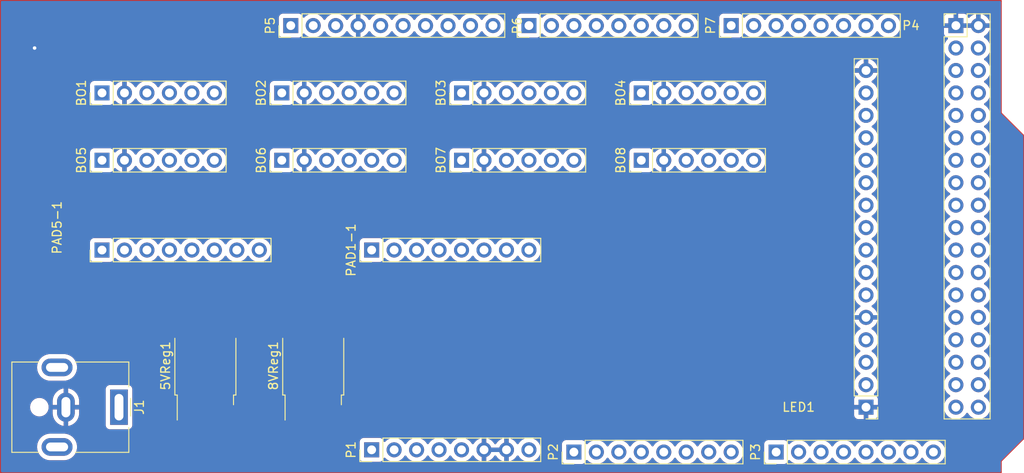
<source format=kicad_pcb>
(kicad_pcb (version 20221018) (generator pcbnew)
  (layers (0 "F.Cu" signal) (31 "B.Cu" signal) (34 "B.Paste" user) (35 "F.Paste" user) (36 "B.SilkS" user "B.Silkscreen") (37 "F.SilkS" user "F.Silkscreen") (38 "B.Mask" user) (39 "F.Mask" user) (44 "Edge.Cuts" user))
  (net 0 "")
  (net 1 "+12V")
  (net 2 "GND")
  (net 3 "/VCC5")
  (net 4 "/10(**)")
  (net 5 "/22")
  (net 6 "/24")
  (net 7 "/LD0")
  (net 8 "/LD1")
  (net 9 "/LD2")
  (net 10 "/LD3")
  (net 11 "/26")
  (net 12 "/28")
  (net 13 "/30")
  (net 14 "/32")
  (net 15 "/Pad1")
  (net 16 "/Pad2")
  (net 17 "/Pad3")
  (net 18 "/Pad4")
  (net 19 "/Pad5")
  (net 20 "/Pad6")
  (net 21 "/Pad7")
  (net 22 "/Pad8")
  (net 24 "/IOREF")
  (net 25 "/RESET")
  (net 26 "+3V3")
  (net 27 "+5V")
  (net 28 "/VCC8")
  (net 29 "/A0")
  (net 30 "/A1")
  (net 31 "/A2")
  (net 32 "/A3")
  (net 33 "/A4")
  (net 34 "/A5")
  (net 35 "/A6")
  (net 36 "/A7")
  (net 37 "/A8")
  (net 38 "/A9")
  (net 39 "/A10")
  (net 40 "/A11")
  (net 41 "/A12")
  (net 42 "/A13")
  (net 43 "/A14")
  (net 44 "/A15")
  (net 45 "/52(SCK)")
  (net 46 "/53(SS)")
  (net 47 "/50")
  (net 48 "/51(MOSI)")
  (net 49 "/48")
  (net 50 "/49")
  (net 51 "/46")
  (net 52 "/47")
  (net 53 "/44")
  (net 54 "/45")
  (net 55 "/42")
  (net 56 "/43")
  (net 57 "/40")
  (net 58 "/41")
  (net 59 "/38")
  (net 60 "/39")
  (net 61 "/36")
  (net 62 "/37")
  (net 63 "/34")
  (net 64 "/35")
  (net 65 "/33")
  (net 66 "/31")
  (net 67 "/29")
  (net 68 "/27")
  (net 69 "/25")
  (net 70 "/23")
  (net 71 "/SCL")
  (net 72 "/SDA")
  (net 73 "/AREF")
  (net 74 "/13(**)")
  (net 75 "/12(**)")
  (net 76 "/11(**)")
  (net 77 "/9(**)")
  (net 78 "/8(**)")
  (net 79 "/7(**)")
  (net 80 "/6(**)")
  (net 81 "/5(**)")
  (net 82 "/4(**)")
  (net 83 "/3(**)")
  (net 84 "/2(**)")
  (net 85 "/1(Tx0)")
  (net 86 "/0(Rx0)")
  (net 87 "/14(Tx3)")
  (net 88 "/15(Rx3)")
  (net 89 "/16(Tx2)")
  (net 90 "/17(Rx2)")
  (net 91 "/18(Tx1)")
  (net 92 "/19(Rx1)")
  (net 93 "/20(SDA)")
  (net 94 "/21(SCL)")
  (footprint "Connector_PinHeader_2.54mm:PinHeader_1x08_P2.54mm_Vertical" (layer "F.Cu") (at 111.76 96.52 90)
    (fp_text reference "PAD5-1" (at 2.54 -5.08 90) (layer "F.SilkS"))
    (fp_text value "Conn_01x08_Male")
    (fp_line (start -1.33 -1.33) (end 0 -1.33) (stroke (width 0.12)) (layer "F.SilkS"))
    (fp_line (start -1.33 0) (end -1.33 -1.33) (stroke (width 0.12)) (layer "F.SilkS"))
    (fp_line (start -1.33 1.27) (end -1.33 19.11) (stroke (width 0.12)) (layer "F.SilkS"))
    (fp_line (start -1.33 1.27) (end 1.33 1.27) (stroke (width 0.12)) (layer "F.SilkS"))
    (fp_line (start -1.33 19.11) (end 1.33 19.11) (stroke (width 0.12)) (layer "F.SilkS"))
    (fp_line (start 1.33 1.27) (end 1.33 19.11) (stroke (width 0.12)) (layer "F.SilkS"))
    (pad "1" thru_hole rect (at 0 0 90) (size 1.7 1.7) (drill 1) (layers "*.Cu" "*.Mask") (net 19 "/Pad5"))
    (pad "2" thru_hole oval (at 0 2.54 90) (size 1.7 1.7) (drill 1) (layers "*.Cu" "*.Mask") (net 1 "+12V"))
    (pad "3" thru_hole oval (at 0 5.08 90) (size 1.7 1.7) (drill 1) (layers "*.Cu" "*.Mask") (net 20 "/Pad6"))
    (pad "4" thru_hole oval (at 0 7.62 90) (size 1.7 1.7) (drill 1) (layers "*.Cu" "*.Mask") (net 1 "+12V"))
    (pad "5" thru_hole oval (at 0 10.16 90) (size 1.7 1.7) (drill 1) (layers "*.Cu" "*.Mask") (net 21 "/Pad7"))
    (pad "6" thru_hole oval (at 0 12.7 90) (size 1.7 1.7) (drill 1) (layers "*.Cu" "*.Mask") (net 1 "+12V"))
    (pad "7" thru_hole oval (at 0 15.24 90) (size 1.7 1.7) (drill 1) (layers "*.Cu" "*.Mask") (net 22 "/Pad8"))
    (pad "8" thru_hole oval (at 0 17.78 90) (size 1.7 1.7) (drill 1) (layers "*.Cu" "*.Mask") (net 1 "+12V"))
  )
  (footprint "Connector_PinHeader_2.54mm:PinHeader_1x08_P2.54mm_Vertical" (layer "F.Cu") (at 142.24 119.126 90)
    (fp_text reference "P1" (at 0 -2.33 90) (layer "F.SilkS"))
    (fp_text value "Power")
    (fp_line (start -1.33 -1.33) (end 0 -1.33) (stroke (width 0.12)) (layer "F.SilkS"))
    (fp_line (start -1.33 0) (end -1.33 -1.33) (stroke (width 0.12)) (layer "F.SilkS"))
    (fp_line (start -1.33 1.27) (end -1.33 19.11) (stroke (width 0.12)) (layer "F.SilkS"))
    (fp_line (start -1.33 1.27) (end 1.33 1.27) (stroke (width 0.12)) (layer "F.SilkS"))
    (fp_line (start -1.33 19.11) (end 1.33 19.11) (stroke (width 0.12)) (layer "F.SilkS"))
    (fp_line (start 1.33 1.27) (end 1.33 19.11) (stroke (width 0.12)) (layer "F.SilkS"))
    (pad "1" thru_hole rect (at 0 0 90) (size 1.7 1.7) (drill 1) (layers "*.Cu" "*.Mask"))
    (pad "2" thru_hole oval (at 0 2.54 90) (size 1.7 1.7) (drill 1) (layers "*.Cu" "*.Mask") (net 24 "/IOREF"))
    (pad "3" thru_hole oval (at 0 5.08 90) (size 1.7 1.7) (drill 1) (layers "*.Cu" "*.Mask") (net 25 "/RESET"))
    (pad "4" thru_hole oval (at 0 7.62 90) (size 1.7 1.7) (drill 1) (layers "*.Cu" "*.Mask") (net 26 "+3V3"))
    (pad "5" thru_hole oval (at 0 10.16 90) (size 1.7 1.7) (drill 1) (layers "*.Cu" "*.Mask") (net 27 "+5V"))
    (pad "6" thru_hole oval (at 0 12.7 90) (size 1.7 1.7) (drill 1) (layers "*.Cu" "*.Mask") (net 2 "GND"))
    (pad "7" thru_hole oval (at 0 15.24 90) (size 1.7 1.7) (drill 1) (layers "*.Cu" "*.Mask") (net 2 "GND"))
    (pad "8" thru_hole oval (at 0 17.78 90) (size 1.7 1.7) (drill 1) (layers "*.Cu" "*.Mask") (net 28 "/VCC8"))
  )
  (footprint "Package_TO_SOT_SMD:TO-252-2" (layer "F.Cu") (at 123.445 109.615 90)
    (fp_text reference "5VReg1" (at 0 -4.5 90) (layer "F.SilkS"))
    (fp_text value "LM78M05_TO252")
    (fp_line (start -3.31 -3.45) (end -3.31 -3.18) (stroke (width 0.12)) (layer "F.SilkS"))
    (fp_line (start -3.31 -3.18) (end -6.14 -3.18) (stroke (width 0.12)) (layer "F.SilkS"))
    (fp_line (start -3.31 3.18) (end -4.41 3.18) (stroke (width 0.12)) (layer "F.SilkS"))
    (fp_line (start -3.31 3.45) (end -3.31 3.18) (stroke (width 0.12)) (layer "F.SilkS"))
    (fp_line (start 3.11 -3.45) (end -3.31 -3.45) (stroke (width 0.12)) (layer "F.SilkS"))
    (fp_line (start 3.11 3.45) (end -3.31 3.45) (stroke (width 0.12)) (layer "F.SilkS"))
    (pad "1" smd roundrect (at -5.04 -2.28 90) (size 2.2 1.2) (layers "F.Cu" "F.Paste" "F.Mask") (roundrect_rratio 0.208333) (net 1 "+12V"))
    (pad "2" smd roundrect (at -0.415 -1.525 90) (size 3.05 2.75) (layers "F.Cu" "F.Paste") (roundrect_rratio 0.090909) (net 2 "GND"))
    (pad "2" smd roundrect (at -0.415 1.525 90) (size 3.05 2.75) (layers "F.Cu" "F.Paste") (roundrect_rratio 0.090909) (net 2 "GND"))
    (pad "2" smd roundrect (at 1.26 0 90) (size 6.4 5.8) (layers "F.Cu" "F.Mask") (roundrect_rratio 0.043103) (net 2 "GND"))
    (pad "2" smd roundrect (at 2.935 -1.525 90) (size 3.05 2.75) (layers "F.Cu" "F.Paste") (roundrect_rratio 0.090909) (net 2 "GND"))
    (pad "2" smd roundrect (at 2.935 1.525 90) (size 3.05 2.75) (layers "F.Cu" "F.Paste") (roundrect_rratio 0.090909) (net 2 "GND"))
    (pad "3" smd roundrect (at -5.04 2.28 90) (size 2.2 1.2) (layers "F.Cu" "F.Paste" "F.Mask") (roundrect_rratio 0.208333) (net 3 "/VCC5"))
  )
  (footprint "Connector_PinHeader_2.54mm:PinHeader_1x06_P2.54mm_Vertical" (layer "F.Cu") (at 111.76 86.36 90)
    (fp_text reference "BO5" (at 0 -2.33 90) (layer "F.SilkS"))
    (fp_text value "Conn_01x06")
    (fp_line (start -1.33 -1.33) (end 0 -1.33) (stroke (width 0.12)) (layer "F.SilkS"))
    (fp_line (start -1.33 0) (end -1.33 -1.33) (stroke (width 0.12)) (layer "F.SilkS"))
    (fp_line (start -1.33 1.27) (end -1.33 14.03) (stroke (width 0.12)) (layer "F.SilkS"))
    (fp_line (start -1.33 1.27) (end 1.33 1.27) (stroke (width 0.12)) (layer "F.SilkS"))
    (fp_line (start -1.33 14.03) (end 1.33 14.03) (stroke (width 0.12)) (layer "F.SilkS"))
    (fp_line (start 1.33 1.27) (end 1.33 14.03) (stroke (width 0.12)) (layer "F.SilkS"))
    (pad "1" thru_hole rect (at 0 0 90) (size 1.7 1.7) (drill 1) (layers "*.Cu" "*.Mask") (net 3 "/VCC5"))
    (pad "2" thru_hole oval (at 0 2.54 90) (size 1.7 1.7) (drill 1) (layers "*.Cu" "*.Mask") (net 2 "GND"))
    (pad "3" thru_hole oval (at 0 5.08 90) (size 1.7 1.7) (drill 1) (layers "*.Cu" "*.Mask") (net 74 "/13(**)"))
    (pad "4" thru_hole oval (at 0 7.62 90) (size 1.7 1.7) (drill 1) (layers "*.Cu" "*.Mask") (net 75 "/12(**)"))
    (pad "5" thru_hole oval (at 0 10.16 90) (size 1.7 1.7) (drill 1) (layers "*.Cu" "*.Mask") (net 76 "/11(**)"))
    (pad "6" thru_hole oval (at 0 12.7 90) (size 1.7 1.7) (drill 1) (layers "*.Cu" "*.Mask") (net 80 "/6(**)"))
  )
  (footprint "Connector_PinHeader_2.54mm:PinHeader_1x06_P2.54mm_Vertical" (layer "F.Cu") (at 172.72 86.36 90)
    (fp_text reference "BO8" (at 0 -2.33 90) (layer "F.SilkS"))
    (fp_text value "Conn_01x06")
    (fp_line (start -1.33 -1.33) (end 0 -1.33) (stroke (width 0.12)) (layer "F.SilkS"))
    (fp_line (start -1.33 0) (end -1.33 -1.33) (stroke (width 0.12)) (layer "F.SilkS"))
    (fp_line (start -1.33 1.27) (end -1.33 14.03) (stroke (width 0.12)) (layer "F.SilkS"))
    (fp_line (start -1.33 1.27) (end 1.33 1.27) (stroke (width 0.12)) (layer "F.SilkS"))
    (fp_line (start -1.33 14.03) (end 1.33 14.03) (stroke (width 0.12)) (layer "F.SilkS"))
    (fp_line (start 1.33 1.27) (end 1.33 14.03) (stroke (width 0.12)) (layer "F.SilkS"))
    (pad "1" thru_hole rect (at 0 0 90) (size 1.7 1.7) (drill 1) (layers "*.Cu" "*.Mask") (net 3 "/VCC5"))
    (pad "2" thru_hole oval (at 0 2.54 90) (size 1.7 1.7) (drill 1) (layers "*.Cu" "*.Mask") (net 2 "GND"))
    (pad "3" thru_hole oval (at 0 5.08 90) (size 1.7 1.7) (drill 1) (layers "*.Cu" "*.Mask") (net 74 "/13(**)"))
    (pad "4" thru_hole oval (at 0 7.62 90) (size 1.7 1.7) (drill 1) (layers "*.Cu" "*.Mask") (net 75 "/12(**)"))
    (pad "5" thru_hole oval (at 0 10.16 90) (size 1.7 1.7) (drill 1) (layers "*.Cu" "*.Mask") (net 76 "/11(**)"))
    (pad "6" thru_hole oval (at 0 12.7 90) (size 1.7 1.7) (drill 1) (layers "*.Cu" "*.Mask") (net 83 "/3(**)"))
  )
  (footprint "Connector_PinHeader_2.54mm:PinHeader_1x06_P2.54mm_Vertical" (layer "F.Cu") (at 152.4 78.74 90)
    (fp_text reference "BO3" (at 0 -2.33 90) (layer "F.SilkS"))
    (fp_text value "Conn_01x06")
    (fp_line (start -1.33 -1.33) (end 0 -1.33) (stroke (width 0.12)) (layer "F.SilkS"))
    (fp_line (start -1.33 0) (end -1.33 -1.33) (stroke (width 0.12)) (layer "F.SilkS"))
    (fp_line (start -1.33 1.27) (end -1.33 14.03) (stroke (width 0.12)) (layer "F.SilkS"))
    (fp_line (start -1.33 1.27) (end 1.33 1.27) (stroke (width 0.12)) (layer "F.SilkS"))
    (fp_line (start -1.33 14.03) (end 1.33 14.03) (stroke (width 0.12)) (layer "F.SilkS"))
    (fp_line (start 1.33 1.27) (end 1.33 14.03) (stroke (width 0.12)) (layer "F.SilkS"))
    (pad "1" thru_hole rect (at 0 0 90) (size 1.7 1.7) (drill 1) (layers "*.Cu" "*.Mask") (net 3 "/VCC5"))
    (pad "2" thru_hole oval (at 0 2.54 90) (size 1.7 1.7) (drill 1) (layers "*.Cu" "*.Mask") (net 2 "GND"))
    (pad "3" thru_hole oval (at 0 5.08 90) (size 1.7 1.7) (drill 1) (layers "*.Cu" "*.Mask") (net 74 "/13(**)"))
    (pad "4" thru_hole oval (at 0 7.62 90) (size 1.7 1.7) (drill 1) (layers "*.Cu" "*.Mask") (net 75 "/12(**)"))
    (pad "5" thru_hole oval (at 0 10.16 90) (size 1.7 1.7) (drill 1) (layers "*.Cu" "*.Mask") (net 76 "/11(**)"))
    (pad "6" thru_hole oval (at 0 12.7 90) (size 1.7 1.7) (drill 1) (layers "*.Cu" "*.Mask") (net 78 "/8(**)"))
  )
  (footprint "Connector_PinHeader_2.54mm:PinHeader_1x06_P2.54mm_Vertical" (layer "F.Cu") (at 152.4 86.36 90)
    (fp_text reference "BO7" (at 0 -2.33 90) (layer "F.SilkS"))
    (fp_text value "Conn_01x06")
    (fp_line (start -1.33 -1.33) (end 0 -1.33) (stroke (width 0.12)) (layer "F.SilkS"))
    (fp_line (start -1.33 0) (end -1.33 -1.33) (stroke (width 0.12)) (layer "F.SilkS"))
    (fp_line (start -1.33 1.27) (end -1.33 14.03) (stroke (width 0.12)) (layer "F.SilkS"))
    (fp_line (start -1.33 1.27) (end 1.33 1.27) (stroke (width 0.12)) (layer "F.SilkS"))
    (fp_line (start -1.33 14.03) (end 1.33 14.03) (stroke (width 0.12)) (layer "F.SilkS"))
    (fp_line (start 1.33 1.27) (end 1.33 14.03) (stroke (width 0.12)) (layer "F.SilkS"))
    (pad "1" thru_hole rect (at 0 0 90) (size 1.7 1.7) (drill 1) (layers "*.Cu" "*.Mask") (net 3 "/VCC5"))
    (pad "2" thru_hole oval (at 0 2.54 90) (size 1.7 1.7) (drill 1) (layers "*.Cu" "*.Mask") (net 2 "GND"))
    (pad "3" thru_hole oval (at 0 5.08 90) (size 1.7 1.7) (drill 1) (layers "*.Cu" "*.Mask") (net 74 "/13(**)"))
    (pad "4" thru_hole oval (at 0 7.62 90) (size 1.7 1.7) (drill 1) (layers "*.Cu" "*.Mask") (net 75 "/12(**)"))
    (pad "5" thru_hole oval (at 0 10.16 90) (size 1.7 1.7) (drill 1) (layers "*.Cu" "*.Mask") (net 76 "/11(**)"))
    (pad "6" thru_hole oval (at 0 12.7 90) (size 1.7 1.7) (drill 1) (layers "*.Cu" "*.Mask") (net 82 "/4(**)"))
  )
  (footprint "Connector_PinHeader_2.54mm:PinHeader_2x18_P2.54mm_Vertical" (layer "F.Cu") (at 208.28 71.12)
    (fp_text reference "P4" (at -5.08 0) (layer "F.SilkS"))
    (fp_text value "Digital")
    (fp_line (start -1.33 -1.33) (end 0 -1.33) (stroke (width 0.12)) (layer "F.SilkS"))
    (fp_line (start -1.33 0) (end -1.33 -1.33) (stroke (width 0.12)) (layer "F.SilkS"))
    (fp_line (start -1.33 1.27) (end -1.33 44.51) (stroke (width 0.12)) (layer "F.SilkS"))
    (fp_line (start -1.33 1.27) (end 1.27 1.27) (stroke (width 0.12)) (layer "F.SilkS"))
    (fp_line (start -1.33 44.51) (end 3.87 44.51) (stroke (width 0.12)) (layer "F.SilkS"))
    (fp_line (start 1.27 -1.33) (end 3.87 -1.33) (stroke (width 0.12)) (layer "F.SilkS"))
    (fp_line (start 1.27 1.27) (end 1.27 -1.33) (stroke (width 0.12)) (layer "F.SilkS"))
    (fp_line (start 3.87 -1.33) (end 3.87 44.51) (stroke (width 0.12)) (layer "F.SilkS"))
    (pad "1" thru_hole rect (at 0 0) (size 1.7 1.7) (drill 1) (layers "*.Cu" "*.Mask") (net 2 "GND"))
    (pad "2" thru_hole oval (at 2.54 0) (size 1.7 1.7) (drill 1) (layers "*.Cu" "*.Mask") (net 2 "GND"))
    (pad "3" thru_hole oval (at 0 2.54) (size 1.7 1.7) (drill 1) (layers "*.Cu" "*.Mask") (net 45 "/52(SCK)"))
    (pad "4" thru_hole oval (at 2.54 2.54) (size 1.7 1.7) (drill 1) (layers "*.Cu" "*.Mask") (net 46 "/53(SS)"))
    (pad "5" thru_hole oval (at 0 5.08) (size 1.7 1.7) (drill 1) (layers "*.Cu" "*.Mask") (net 47 "/50"))
    (pad "6" thru_hole oval (at 2.54 5.08) (size 1.7 1.7) (drill 1) (layers "*.Cu" "*.Mask") (net 48 "/51(MOSI)"))
    (pad "7" thru_hole oval (at 0 7.62) (size 1.7 1.7) (drill 1) (layers "*.Cu" "*.Mask") (net 49 "/48"))
    (pad "8" thru_hole oval (at 2.54 7.62) (size 1.7 1.7) (drill 1) (layers "*.Cu" "*.Mask") (net 50 "/49"))
    (pad "9" thru_hole oval (at 0 10.16) (size 1.7 1.7) (drill 1) (layers "*.Cu" "*.Mask") (net 51 "/46"))
    (pad "10" thru_hole oval (at 2.54 10.16) (size 1.7 1.7) (drill 1) (layers "*.Cu" "*.Mask") (net 52 "/47"))
    (pad "11" thru_hole oval (at 0 12.7) (size 1.7 1.7) (drill 1) (layers "*.Cu" "*.Mask") (net 53 "/44"))
    (pad "12" thru_hole oval (at 2.54 12.7) (size 1.7 1.7) (drill 1) (layers "*.Cu" "*.Mask") (net 54 "/45"))
    (pad "13" thru_hole oval (at 0 15.24) (size 1.7 1.7) (drill 1) (layers "*.Cu" "*.Mask") (net 55 "/42"))
    (pad "14" thru_hole oval (at 2.54 15.24) (size 1.7 1.7) (drill 1) (layers "*.Cu" "*.Mask") (net 56 "/43"))
    (pad "15" thru_hole oval (at 0 17.78) (size 1.7 1.7) (drill 1) (layers "*.Cu" "*.Mask") (net 57 "/40"))
    (pad "16" thru_hole oval (at 2.54 17.78) (size 1.7 1.7) (drill 1) (layers "*.Cu" "*.Mask") (net 58 "/41"))
    (pad "17" thru_hole oval (at 0 20.32) (size 1.7 1.7) (drill 1) (layers "*.Cu" "*.Mask") (net 59 "/38"))
    (pad "18" thru_hole oval (at 2.54 20.32) (size 1.7 1.7) (drill 1) (layers "*.Cu" "*.Mask") (net 60 "/39"))
    (pad "19" thru_hole oval (at 0 22.86) (size 1.7 1.7) (drill 1) (layers "*.Cu" "*.Mask") (net 61 "/36"))
    (pad "20" thru_hole oval (at 2.54 22.86) (size 1.7 1.7) (drill 1) (layers "*.Cu" "*.Mask") (net 62 "/37"))
    (pad "21" thru_hole oval (at 0 25.4) (size 1.7 1.7) (drill 1) (layers "*.Cu" "*.Mask") (net 63 "/34"))
    (pad "22" thru_hole oval (at 2.54 25.4) (size 1.7 1.7) (drill 1) (layers "*.Cu" "*.Mask") (net 64 "/35"))
    (pad "23" thru_hole oval (at 0 27.94) (size 1.7 1.7) (drill 1) (layers "*.Cu" "*.Mask") (net 14 "/32"))
    (pad "24" thru_hole oval (at 2.54 27.94) (size 1.7 1.7) (drill 1) (layers "*.Cu" "*.Mask") (net 65 "/33"))
    (pad "25" thru_hole oval (at 0 30.48) (size 1.7 1.7) (drill 1) (layers "*.Cu" "*.Mask") (net 13 "/30"))
    (pad "26" thru_hole oval (at 2.54 30.48) (size 1.7 1.7) (drill 1) (layers "*.Cu" "*.Mask") (net 66 "/31"))
    (pad "27" thru_hole oval (at 0 33.02) (size 1.7 1.7) (drill 1) (layers "*.Cu" "*.Mask") (net 12 "/28"))
    (pad "28" thru_hole oval (at 2.54 33.02) (size 1.7 1.7) (drill 1) (layers "*.Cu" "*.Mask") (net 67 "/29"))
    (pad "29" thru_hole oval (at 0 35.56) (size 1.7 1.7) (drill 1) (layers "*.Cu" "*.Mask") (net 11 "/26"))
    (pad "30" thru_hole oval (at 2.54 35.56) (size 1.7 1.7) (drill 1) (layers "*.Cu" "*.Mask") (net 68 "/27"))
    (pad "31" thru_hole oval (at 0 38.1) (size 1.7 1.7) (drill 1) (layers "*.Cu" "*.Mask") (net 6 "/24"))
    (pad "32" thru_hole oval (at 2.54 38.1) (size 1.7 1.7) (drill 1) (layers "*.Cu" "*.Mask") (net 69 "/25"))
    (pad "33" thru_hole oval (at 0 40.64) (size 1.7 1.7) (drill 1) (layers "*.Cu" "*.Mask") (net 5 "/22"))
    (pad "34" thru_hole oval (at 2.54 40.64) (size 1.7 1.7) (drill 1) (layers "*.Cu" "*.Mask") (net 70 "/23"))
    (pad "35" thru_hole oval (at 0 43.18) (size 1.7 1.7) (drill 1) (layers "*.Cu" "*.Mask") (net 27 "+5V"))
    (pad "36" thru_hole oval (at 2.54 43.18) (size 1.7 1.7) (drill 1) (layers "*.Cu" "*.Mask") (net 27 "+5V"))
  )
  (footprint "Connector_PinHeader_2.54mm:PinHeader_1x08_P2.54mm_Vertical" (layer "F.Cu") (at 142.24 96.52 90)
    (fp_text reference "PAD1-1" (at 0 -2.33 90) (layer "F.SilkS"))
    (fp_text value "Conn_01x08_Male")
    (fp_line (start -1.33 -1.33) (end 0 -1.33) (stroke (width 0.12)) (layer "F.SilkS"))
    (fp_line (start -1.33 0) (end -1.33 -1.33) (stroke (width 0.12)) (layer "F.SilkS"))
    (fp_line (start -1.33 1.27) (end -1.33 19.11) (stroke (width 0.12)) (layer "F.SilkS"))
    (fp_line (start -1.33 1.27) (end 1.33 1.27) (stroke (width 0.12)) (layer "F.SilkS"))
    (fp_line (start -1.33 19.11) (end 1.33 19.11) (stroke (width 0.12)) (layer "F.SilkS"))
    (fp_line (start 1.33 1.27) (end 1.33 19.11) (stroke (width 0.12)) (layer "F.SilkS"))
    (pad "1" thru_hole rect (at 0 0 90) (size 1.7 1.7) (drill 1) (layers "*.Cu" "*.Mask") (net 15 "/Pad1"))
    (pad "2" thru_hole oval (at 0 2.54 90) (size 1.7 1.7) (drill 1) (layers "*.Cu" "*.Mask") (net 1 "+12V"))
    (pad "3" thru_hole oval (at 0 5.08 90) (size 1.7 1.7) (drill 1) (layers "*.Cu" "*.Mask") (net 16 "/Pad2"))
    (pad "4" thru_hole oval (at 0 7.62 90) (size 1.7 1.7) (drill 1) (layers "*.Cu" "*.Mask") (net 1 "+12V"))
    (pad "5" thru_hole oval (at 0 10.16 90) (size 1.7 1.7) (drill 1) (layers "*.Cu" "*.Mask") (net 17 "/Pad3"))
    (pad "6" thru_hole oval (at 0 12.7 90) (size 1.7 1.7) (drill 1) (layers "*.Cu" "*.Mask") (net 1 "+12V"))
    (pad "7" thru_hole oval (at 0 15.24 90) (size 1.7 1.7) (drill 1) (layers "*.Cu" "*.Mask") (net 18 "/Pad4"))
    (pad "8" thru_hole oval (at 0 17.78 90) (size 1.7 1.7) (drill 1) (layers "*.Cu" "*.Mask") (net 1 "+12V"))
  )
  (footprint "Connector_PinHeader_2.54mm:PinHeader_1x06_P2.54mm_Vertical" (layer "F.Cu") (at 132.08 78.74 90)
    (fp_text reference "BO2" (at 0 -2.33 90) (layer "F.SilkS"))
    (fp_text value "Conn_01x06")
    (fp_line (start -1.33 -1.33) (end 0 -1.33) (stroke (width 0.12)) (layer "F.SilkS"))
    (fp_line (start -1.33 0) (end -1.33 -1.33) (stroke (width 0.12)) (layer "F.SilkS"))
    (fp_line (start -1.33 1.27) (end -1.33 14.03) (stroke (width 0.12)) (layer "F.SilkS"))
    (fp_line (start -1.33 1.27) (end 1.33 1.27) (stroke (width 0.12)) (layer "F.SilkS"))
    (fp_line (start -1.33 14.03) (end 1.33 14.03) (stroke (width 0.12)) (layer "F.SilkS"))
    (fp_line (start 1.33 1.27) (end 1.33 14.03) (stroke (width 0.12)) (layer "F.SilkS"))
    (pad "1" thru_hole rect (at 0 0 90) (size 1.7 1.7) (drill 1) (layers "*.Cu" "*.Mask") (net 3 "/VCC5"))
    (pad "2" thru_hole oval (at 0 2.54 90) (size 1.7 1.7) (drill 1) (layers "*.Cu" "*.Mask") (net 2 "GND"))
    (pad "3" thru_hole oval (at 0 5.08 90) (size 1.7 1.7) (drill 1) (layers "*.Cu" "*.Mask") (net 74 "/13(**)"))
    (pad "4" thru_hole oval (at 0 7.62 90) (size 1.7 1.7) (drill 1) (layers "*.Cu" "*.Mask") (net 75 "/12(**)"))
    (pad "5" thru_hole oval (at 0 10.16 90) (size 1.7 1.7) (drill 1) (layers "*.Cu" "*.Mask") (net 76 "/11(**)"))
    (pad "6" thru_hole oval (at 0 12.7 90) (size 1.7 1.7) (drill 1) (layers "*.Cu" "*.Mask") (net 77 "/9(**)"))
  )
  (footprint "Package_TO_SOT_SMD:TO-252-2" (layer "F.Cu") (at 135.635 109.615 90)
    (fp_text reference "8VReg1" (at 0 -4.5 90) (layer "F.SilkS"))
    (fp_text value "LM78M05_TO252")
    (fp_line (start -3.31 -3.45) (end -3.31 -3.18) (stroke (width 0.12)) (layer "F.SilkS"))
    (fp_line (start -3.31 -3.18) (end -6.14 -3.18) (stroke (width 0.12)) (layer "F.SilkS"))
    (fp_line (start -3.31 3.18) (end -4.41 3.18) (stroke (width 0.12)) (layer "F.SilkS"))
    (fp_line (start -3.31 3.45) (end -3.31 3.18) (stroke (width 0.12)) (layer "F.SilkS"))
    (fp_line (start 3.11 -3.45) (end -3.31 -3.45) (stroke (width 0.12)) (layer "F.SilkS"))
    (fp_line (start 3.11 3.45) (end -3.31 3.45) (stroke (width 0.12)) (layer "F.SilkS"))
    (pad "1" smd roundrect (at -5.04 -2.28 90) (size 2.2 1.2) (layers "F.Cu" "F.Paste" "F.Mask") (roundrect_rratio 0.208333) (net 1 "+12V"))
    (pad "2" smd roundrect (at -0.415 -1.525 90) (size 3.05 2.75) (layers "F.Cu" "F.Paste") (roundrect_rratio 0.090909) (net 2 "GND"))
    (pad "2" smd roundrect (at -0.415 1.525 90) (size 3.05 2.75) (layers "F.Cu" "F.Paste") (roundrect_rratio 0.090909) (net 2 "GND"))
    (pad "2" smd roundrect (at 1.26 0 90) (size 6.4 5.8) (layers "F.Cu" "F.Mask") (roundrect_rratio 0.043103) (net 2 "GND"))
    (pad "2" smd roundrect (at 2.935 -1.525 90) (size 3.05 2.75) (layers "F.Cu" "F.Paste") (roundrect_rratio 0.090909) (net 2 "GND"))
    (pad "2" smd roundrect (at 2.935 1.525 90) (size 3.05 2.75) (layers "F.Cu" "F.Paste") (roundrect_rratio 0.090909) (net 2 "GND"))
    (pad "3" smd roundrect (at -5.04 2.28 90) (size 2.2 1.2) (layers "F.Cu" "F.Paste" "F.Mask") (roundrect_rratio 0.208333) (net 28 "/VCC8"))
  )
  (footprint "Connector_PinHeader_2.54mm:PinHeader_1x06_P2.54mm_Vertical" (layer "F.Cu") (at 111.76 78.74 90)
    (fp_text reference "BO1" (at 0 -2.33 90) (layer "F.SilkS"))
    (fp_text value "Conn_01x06")
    (fp_line (start -1.33 -1.33) (end 0 -1.33) (stroke (width 0.12)) (layer "F.SilkS"))
    (fp_line (start -1.33 0) (end -1.33 -1.33) (stroke (width 0.12)) (layer "F.SilkS"))
    (fp_line (start -1.33 1.27) (end -1.33 14.03) (stroke (width 0.12)) (layer "F.SilkS"))
    (fp_line (start -1.33 1.27) (end 1.33 1.27) (stroke (width 0.12)) (layer "F.SilkS"))
    (fp_line (start -1.33 14.03) (end 1.33 14.03) (stroke (width 0.12)) (layer "F.SilkS"))
    (fp_line (start 1.33 1.27) (end 1.33 14.03) (stroke (width 0.12)) (layer "F.SilkS"))
    (pad "1" thru_hole rect (at 0 0 90) (size 1.7 1.7) (drill 1) (layers "*.Cu" "*.Mask") (net 3 "/VCC5"))
    (pad "2" thru_hole oval (at 0 2.54 90) (size 1.7 1.7) (drill 1) (layers "*.Cu" "*.Mask") (net 2 "GND"))
    (pad "3" thru_hole oval (at 0 5.08 90) (size 1.7 1.7) (drill 1) (layers "*.Cu" "*.Mask") (net 74 "/13(**)"))
    (pad "4" thru_hole oval (at 0 7.62 90) (size 1.7 1.7) (drill 1) (layers "*.Cu" "*.Mask") (net 75 "/12(**)"))
    (pad "5" thru_hole oval (at 0 10.16 90) (size 1.7 1.7) (drill 1) (layers "*.Cu" "*.Mask") (net 76 "/11(**)"))
    (pad "6" thru_hole oval (at 0 12.7 90) (size 1.7 1.7) (drill 1) (layers "*.Cu" "*.Mask") (net 4 "/10(**)"))
  )
  (footprint "Connector_PinHeader_2.54mm:PinHeader_1x10_P2.54mm_Vertical" (layer "F.Cu") (at 133.096 71.12 90)
    (fp_text reference "P5" (at 0 -2.33 90) (layer "F.SilkS"))
    (fp_text value "PWM")
    (fp_line (start -1.33 -1.33) (end 0 -1.33) (stroke (width 0.12)) (layer "F.SilkS"))
    (fp_line (start -1.33 0) (end -1.33 -1.33) (stroke (width 0.12)) (layer "F.SilkS"))
    (fp_line (start -1.33 1.27) (end -1.33 24.19) (stroke (width 0.12)) (layer "F.SilkS"))
    (fp_line (start -1.33 1.27) (end 1.33 1.27) (stroke (width 0.12)) (layer "F.SilkS"))
    (fp_line (start -1.33 24.19) (end 1.33 24.19) (stroke (width 0.12)) (layer "F.SilkS"))
    (fp_line (start 1.33 1.27) (end 1.33 24.19) (stroke (width 0.12)) (layer "F.SilkS"))
    (pad "1" thru_hole rect (at 0 0 90) (size 1.7 1.7) (drill 1) (layers "*.Cu" "*.Mask") (net 71 "/SCL"))
    (pad "2" thru_hole oval (at 0 2.54 90) (size 1.7 1.7) (drill 1) (layers "*.Cu" "*.Mask") (net 72 "/SDA"))
    (pad "3" thru_hole oval (at 0 5.08 90) (size 1.7 1.7) (drill 1) (layers "*.Cu" "*.Mask") (net 73 "/AREF"))
    (pad "4" thru_hole oval (at 0 7.62 90) (size 1.7 1.7) (drill 1) (layers "*.Cu" "*.Mask") (net 2 "GND"))
    (pad "5" thru_hole oval (at 0 10.16 90) (size 1.7 1.7) (drill 1) (layers "*.Cu" "*.Mask") (net 74 "/13(**)"))
    (pad "6" thru_hole oval (at 0 12.7 90) (size 1.7 1.7) (drill 1) (layers "*.Cu" "*.Mask") (net 75 "/12(**)"))
    (pad "7" thru_hole oval (at 0 15.24 90) (size 1.7 1.7) (drill 1) (layers "*.Cu" "*.Mask") (net 76 "/11(**)"))
    (pad "8" thru_hole oval (at 0 17.78 90) (size 1.7 1.7) (drill 1) (layers "*.Cu" "*.Mask") (net 4 "/10(**)"))
    (pad "9" thru_hole oval (at 0 20.32 90) (size 1.7 1.7) (drill 1) (layers "*.Cu" "*.Mask") (net 77 "/9(**)"))
    (pad "10" thru_hole oval (at 0 22.86 90) (size 1.7 1.7) (drill 1) (layers "*.Cu" "*.Mask") (net 78 "/8(**)"))
  )
  (footprint "Connector_PinHeader_2.54mm:PinHeader_1x08_P2.54mm_Vertical" (layer "F.Cu") (at 182.88 71.12 90)
    (fp_text reference "P7" (at 0 -2.33 90) (layer "F.SilkS"))
    (fp_text value "Communication")
    (fp_line (start -1.33 -1.33) (end 0 -1.33) (stroke (width 0.12)) (layer "F.SilkS"))
    (fp_line (start -1.33 0) (end -1.33 -1.33) (stroke (width 0.12)) (layer "F.SilkS"))
    (fp_line (start -1.33 1.27) (end -1.33 19.11) (stroke (width 0.12)) (layer "F.SilkS"))
    (fp_line (start -1.33 1.27) (end 1.33 1.27) (stroke (width 0.12)) (layer "F.SilkS"))
    (fp_line (start -1.33 19.11) (end 1.33 19.11) (stroke (width 0.12)) (layer "F.SilkS"))
    (fp_line (start 1.33 1.27) (end 1.33 19.11) (stroke (width 0.12)) (layer "F.SilkS"))
    (pad "1" thru_hole rect (at 0 0 90) (size 1.7 1.7) (drill 1) (layers "*.Cu" "*.Mask") (net 87 "/14(Tx3)"))
    (pad "2" thru_hole oval (at 0 2.54 90) (size 1.7 1.7) (drill 1) (layers "*.Cu" "*.Mask") (net 88 "/15(Rx3)"))
    (pad "3" thru_hole oval (at 0 5.08 90) (size 1.7 1.7) (drill 1) (layers "*.Cu" "*.Mask") (net 89 "/16(Tx2)"))
    (pad "4" thru_hole oval (at 0 7.62 90) (size 1.7 1.7) (drill 1) (layers "*.Cu" "*.Mask") (net 90 "/17(Rx2)"))
    (pad "5" thru_hole oval (at 0 10.16 90) (size 1.7 1.7) (drill 1) (layers "*.Cu" "*.Mask") (net 91 "/18(Tx1)"))
    (pad "6" thru_hole oval (at 0 12.7 90) (size 1.7 1.7) (drill 1) (layers "*.Cu" "*.Mask") (net 92 "/19(Rx1)"))
    (pad "7" thru_hole oval (at 0 15.24 90) (size 1.7 1.7) (drill 1) (layers "*.Cu" "*.Mask") (net 93 "/20(SDA)"))
    (pad "8" thru_hole oval (at 0 17.78 90) (size 1.7 1.7) (drill 1) (layers "*.Cu" "*.Mask") (net 94 "/21(SCL)"))
  )
  (footprint "Connector_PinHeader_2.54mm:PinHeader_1x16_P2.54mm_Vertical" (layer "F.Cu") (at 198.12 114.3 180)
    (fp_text reference "LED1" (at 7.62 0) (layer "F.SilkS"))
    (fp_text value "Conn_01x16_Male")
    (fp_line (start -1.33 -1.33) (end 0 -1.33) (stroke (width 0.12)) (layer "F.SilkS"))
    (fp_line (start -1.33 0) (end -1.33 -1.33) (stroke (width 0.12)) (layer "F.SilkS"))
    (fp_line (start -1.33 1.27) (end -1.33 39.43) (stroke (width 0.12)) (layer "F.SilkS"))
    (fp_line (start -1.33 1.27) (end 1.33 1.27) (stroke (width 0.12)) (layer "F.SilkS"))
    (fp_line (start -1.33 39.43) (end 1.33 39.43) (stroke (width 0.12)) (layer "F.SilkS"))
    (fp_line (start 1.33 1.27) (end 1.33 39.43) (stroke (width 0.12)) (layer "F.SilkS"))
    (pad "1" thru_hole rect (at 0 0 180) (size 1.7 1.7) (drill 1) (layers "*.Cu" "*.Mask") (net 2 "GND"))
    (pad "2" thru_hole oval (at 0 2.54 180) (size 1.7 1.7) (drill 1) (layers "*.Cu" "*.Mask") (net 3 "/VCC5"))
    (pad "3" thru_hole oval (at 0 5.08 180) (size 1.7 1.7) (drill 1) (layers "*.Cu" "*.Mask") (net 5 "/22"))
    (pad "4" thru_hole oval (at 0 7.62 180) (size 1.7 1.7) (drill 1) (layers "*.Cu" "*.Mask") (net 6 "/24"))
    (pad "5" thru_hole oval (at 0 10.16 180) (size 1.7 1.7) (drill 1) (layers "*.Cu" "*.Mask") (net 2 "GND"))
    (pad "6" thru_hole oval (at 0 12.7 180) (size 1.7 1.7) (drill 1) (layers "*.Cu" "*.Mask") (net 11 "/26"))
    (pad "7" thru_hole oval (at 0 15.24 180) (size 1.7 1.7) (drill 1) (layers "*.Cu" "*.Mask") (net 7 "/LD0"))
    (pad "8" thru_hole oval (at 0 17.78 180) (size 1.7 1.7) (drill 1) (layers "*.Cu" "*.Mask") (net 8 "/LD1"))
    (pad "9" thru_hole oval (at 0 20.32 180) (size 1.7 1.7) (drill 1) (layers "*.Cu" "*.Mask") (net 9 "/LD2"))
    (pad "10" thru_hole oval (at 0 22.86 180) (size 1.7 1.7) (drill 1) (layers "*.Cu" "*.Mask") (net 10 "/LD3"))
    (pad "11" thru_hole oval (at 0 25.4 180) (size 1.7 1.7) (drill 1) (layers "*.Cu" "*.Mask") (net 12 "/28"))
    (pad "12" thru_hole oval (at 0 27.94 180) (size 1.7 1.7) (drill 1) (layers "*.Cu" "*.Mask") (net 13 "/30"))
    (pad "13" thru_hole oval (at 0 30.48 180) (size 1.7 1.7) (drill 1) (layers "*.Cu" "*.Mask") (net 14 "/32"))
    (pad "14" thru_hole oval (at 0 33.02 180) (size 1.7 1.7) (drill 1) (layers "*.Cu" "*.Mask") (net 63 "/34"))
    (pad "15" thru_hole oval (at 0 35.56 180) (size 1.7 1.7) (drill 1) (layers "*.Cu" "*.Mask") (net 3 "/VCC5"))
    (pad "16" thru_hole oval (at 0 38.1 180) (size 1.7 1.7) (drill 1) (layers "*.Cu" "*.Mask") (net 2 "GND"))
  )
  (footprint "Connector_PinHeader_2.54mm:PinHeader_1x06_P2.54mm_Vertical" (layer "F.Cu") (at 132.08 86.36 90)
    (fp_text reference "BO6" (at 0 -2.33 90) (layer "F.SilkS"))
    (fp_text value "Conn_01x06")
    (fp_line (start -1.33 -1.33) (end 0 -1.33) (stroke (width 0.12)) (layer "F.SilkS"))
    (fp_line (start -1.33 0) (end -1.33 -1.33) (stroke (width 0.12)) (layer "F.SilkS"))
    (fp_line (start -1.33 1.27) (end -1.33 14.03) (stroke (width 0.12)) (layer "F.SilkS"))
    (fp_line (start -1.33 1.27) (end 1.33 1.27) (stroke (width 0.12)) (layer "F.SilkS"))
    (fp_line (start -1.33 14.03) (end 1.33 14.03) (stroke (width 0.12)) (layer "F.SilkS"))
    (fp_line (start 1.33 1.27) (end 1.33 14.03) (stroke (width 0.12)) (layer "F.SilkS"))
    (pad "1" thru_hole rect (at 0 0 90) (size 1.7 1.7) (drill 1) (layers "*.Cu" "*.Mask") (net 3 "/VCC5"))
    (pad "2" thru_hole oval (at 0 2.54 90) (size 1.7 1.7) (drill 1) (layers "*.Cu" "*.Mask") (net 2 "GND"))
    (pad "3" thru_hole oval (at 0 5.08 90) (size 1.7 1.7) (drill 1) (layers "*.Cu" "*.Mask") (net 74 "/13(**)"))
    (pad "4" thru_hole oval (at 0 7.62 90) (size 1.7 1.7) (drill 1) (layers "*.Cu" "*.Mask") (net 75 "/12(**)"))
    (pad "5" thru_hole oval (at 0 10.16 90) (size 1.7 1.7) (drill 1) (layers "*.Cu" "*.Mask") (net 76 "/11(**)"))
    (pad "6" thru_hole oval (at 0 12.7 90) (size 1.7 1.7) (drill 1) (layers "*.Cu" "*.Mask") (net 81 "/5(**)"))
  )
  (footprint "Connector_BarrelJack:BarrelJack_CUI_PJ-063AH_Horizontal" (layer "F.Cu") (at 113.68 114.3 -90)
    (fp_text reference "J1" (at 0 -2.3 90) (layer "F.SilkS"))
    (fp_text value "Jack-DC")
    (fp_line (start -5.11 -1.11) (end -2.3 -1.11) (stroke (width 0.12)) (layer "F.SilkS"))
    (fp_line (start -5.11 4.95) (end -5.11 -1.11) (stroke (width 0.12)) (layer "F.SilkS"))
    (fp_line (start -5.11 12.11) (end -5.11 9.05) (stroke (width 0.12)) (layer "F.SilkS"))
    (fp_line (start -1 -1.3) (end 1 -1.3) (stroke (width 0.12)) (layer "F.SilkS"))
    (fp_line (start 2.3 -1.11) (end 5.11 -1.11) (stroke (width 0.12)) (layer "F.SilkS"))
    (fp_line (start 5.11 -1.11) (end 5.11 4.95) (stroke (width 0.12)) (layer "F.SilkS"))
    (fp_line (start 5.11 9.05) (end 5.11 12.11) (stroke (width 0.12)) (layer "F.SilkS"))
    (fp_line (start 5.11 12.11) (end -5.11 12.11) (stroke (width 0.12)) (layer "F.SilkS"))
    (pad "" np_thru_hole circle (at 0 9 270) (size 1.6 1.6) (drill 1.6) (layers "*.Cu" "*.Mask"))
    (pad "1" thru_hole rect (at 0 0 270) (size 4 2) (drill oval 3 1) (layers "*.Cu" "*.Mask") (net 1 "+12V"))
    (pad "2" thru_hole oval (at 0 6 270) (size 3.3 2) (drill oval 2.3 1) (layers "*.Cu" "*.Mask") (net 2 "GND"))
    (pad "MP" thru_hole oval (at -4.5 7 270) (size 2 3.5) (drill oval 1 2.5) (layers "*.Cu" "*.Mask"))
    (pad "MP" thru_hole oval (at 4.5 7 270) (size 2 3.5) (drill oval 1 2.5) (layers "*.Cu" "*.Mask"))
  )
  (footprint "Connector_PinHeader_2.54mm:PinHeader_1x08_P2.54mm_Vertical" (layer "F.Cu") (at 187.96 119.38 90)
    (fp_text reference "P3" (at 0 -2.33 90) (layer "F.SilkS"))
    (fp_text value "Analog")
    (fp_line (start -1.33 -1.33) (end 0 -1.33) (stroke (width 0.12)) (layer "F.SilkS"))
    (fp_line (start -1.33 0) (end -1.33 -1.33) (stroke (width 0.12)) (layer "F.SilkS"))
    (fp_line (start -1.33 1.27) (end -1.33 19.11) (stroke (width 0.12)) (layer "F.SilkS"))
    (fp_line (start -1.33 1.27) (end 1.33 1.27) (stroke (width 0.12)) (layer "F.SilkS"))
    (fp_line (start -1.33 19.11) (end 1.33 19.11) (stroke (width 0.12)) (layer "F.SilkS"))
    (fp_line (start 1.33 1.27) (end 1.33 19.11) (stroke (width 0.12)) (layer "F.SilkS"))
    (pad "1" thru_hole rect (at 0 0 90) (size 1.7 1.7) (drill 1) (layers "*.Cu" "*.Mask") (net 37 "/A8"))
    (pad "2" thru_hole oval (at 0 2.54 90) (size 1.7 1.7) (drill 1) (layers "*.Cu" "*.Mask") (net 38 "/A9"))
    (pad "3" thru_hole oval (at 0 5.08 90) (size 1.7 1.7) (drill 1) (layers "*.Cu" "*.Mask") (net 39 "/A10"))
    (pad "4" thru_hole oval (at 0 7.62 90) (size 1.7 1.7) (drill 1) (layers "*.Cu" "*.Mask") (net 40 "/A11"))
    (pad "5" thru_hole oval (at 0 10.16 90) (size 1.7 1.7) (drill 1) (layers "*.Cu" "*.Mask") (net 41 "/A12"))
    (pad "6" thru_hole oval (at 0 12.7 90) (size 1.7 1.7) (drill 1) (layers "*.Cu" "*.Mask") (net 42 "/A13"))
    (pad "7" thru_hole oval (at 0 15.24 90) (size 1.7 1.7) (drill 1) (layers "*.Cu" "*.Mask") (net 43 "/A14"))
    (pad "8" thru_hole oval (at 0 17.78 90) (size 1.7 1.7) (drill 1) (layers "*.Cu" "*.Mask") (net 44 "/A15"))
  )
  (footprint "Connector_PinHeader_2.54mm:PinHeader_1x08_P2.54mm_Vertical" (layer "F.Cu") (at 160.02 71.12 90)
    (fp_text reference "P6" (at 0 -1.33 270) (layer "F.SilkS"))
    (fp_text value "PWM")
    (fp_line (start -1.33 -1.33) (end 0 -1.33) (stroke (width 0.12)) (layer "F.SilkS"))
    (fp_line (start -1.33 0) (end -1.33 -1.33) (stroke (width 0.12)) (layer "F.SilkS"))
    (fp_line (start -1.33 1.27) (end -1.33 19.11) (stroke (width 0.12)) (layer "F.SilkS"))
    (fp_line (start -1.33 1.27) (end 1.33 1.27) (stroke (width 0.12)) (layer "F.SilkS"))
    (fp_line (start -1.33 19.11) (end 1.33 19.11) (stroke (width 0.12)) (layer "F.SilkS"))
    (fp_line (start 1.33 1.27) (end 1.33 19.11) (stroke (width 0.12)) (layer "F.SilkS"))
    (pad "1" thru_hole rect (at 0 0 90) (size 1.7 1.7) (drill 1) (layers "*.Cu" "*.Mask") (net 79 "/7(**)"))
    (pad "2" thru_hole oval (at 0 2.54 90) (size 1.7 1.7) (drill 1) (layers "*.Cu" "*.Mask") (net 80 "/6(**)"))
    (pad "3" thru_hole oval (at 0 5.08 90) (size 1.7 1.7) (drill 1) (layers "*.Cu" "*.Mask") (net 81 "/5(**)"))
    (pad "4" thru_hole oval (at 0 7.62 90) (size 1.7 1.7) (drill 1) (layers "*.Cu" "*.Mask") (net 82 "/4(**)"))
    (pad "5" thru_hole oval (at 0 10.16 90) (size 1.7 1.7) (drill 1) (layers "*.Cu" "*.Mask") (net 83 "/3(**)"))
    (pad "6" thru_hole oval (at 0 12.7 90) (size 1.7 1.7) (drill 1) (layers "*.Cu" "*.Mask") (net 84 "/2(**)"))
    (pad "7" thru_hole oval (at 0 15.24 90) (size 1.7 1.7) (drill 1) (layers "*.Cu" "*.Mask") (net 85 "/1(Tx0)"))
    (pad "8" thru_hole oval (at 0 17.78 90) (size 1.7 1.7) (drill 1) (layers "*.Cu" "*.Mask") (net 86 "/0(Rx0)"))
  )
  (footprint "Connector_PinHeader_2.54mm:PinHeader_1x08_P2.54mm_Vertical" (layer "F.Cu") (at 165.1 119.38 90)
    (fp_text reference "P2" (at 0 -2.33 90) (layer "F.SilkS"))
    (fp_text value "Analog")
    (fp_line (start -1.33 -1.33) (end 0 -1.33) (stroke (width 0.12)) (layer "F.SilkS"))
    (fp_line (start -1.33 0) (end -1.33 -1.33) (stroke (width 0.12)) (layer "F.SilkS"))
    (fp_line (start -1.33 1.27) (end -1.33 19.11) (stroke (width 0.12)) (layer "F.SilkS"))
    (fp_line (start -1.33 1.27) (end 1.33 1.27) (stroke (width 0.12)) (layer "F.SilkS"))
    (fp_line (start -1.33 19.11) (end 1.33 19.11) (stroke (width 0.12)) (layer "F.SilkS"))
    (fp_line (start 1.33 1.27) (end 1.33 19.11) (stroke (width 0.12)) (layer "F.SilkS"))
    (pad "1" thru_hole rect (at 0 0 90) (size 1.7 1.7) (drill 1) (layers "*.Cu" "*.Mask") (net 29 "/A0"))
    (pad "2" thru_hole oval (at 0 2.54 90) (size 1.7 1.7) (drill 1) (layers "*.Cu" "*.Mask") (net 30 "/A1"))
    (pad "3" thru_hole oval (at 0 5.08 90) (size 1.7 1.7) (drill 1) (layers "*.Cu" "*.Mask") (net 31 "/A2"))
    (pad "4" thru_hole oval (at 0 7.62 90) (size 1.7 1.7) (drill 1) (layers "*.Cu" "*.Mask") (net 32 "/A3"))
    (pad "5" thru_hole oval (at 0 10.16 90) (size 1.7 1.7) (drill 1) (layers "*.Cu" "*.Mask") (net 33 "/A4"))
    (pad "6" thru_hole oval (at 0 12.7 90) (size 1.7 1.7) (drill 1) (layers "*.Cu" "*.Mask") (net 34 "/A5"))
    (pad "7" thru_hole oval (at 0 15.24 90) (size 1.7 1.7) (drill 1) (layers "*.Cu" "*.Mask") (net 35 "/A6"))
    (pad "8" thru_hole oval (at 0 17.78 90) (size 1.7 1.7) (drill 1) (layers "*.Cu" "*.Mask") (net 36 "/A7"))
  )
  (footprint "Connector_PinHeader_2.54mm:PinHeader_1x06_P2.54mm_Vertical" (layer "F.Cu") (at 172.72 78.74 90)
    (fp_text reference "BO4" (at 0 -2.33 90) (layer "F.SilkS"))
    (fp_text value "Conn_01x06")
    (fp_line (start -1.33 -1.33) (end 0 -1.33) (stroke (width 0.12)) (layer "F.SilkS"))
    (fp_line (start -1.33 0) (end -1.33 -1.33) (stroke (width 0.12)) (layer "F.SilkS"))
    (fp_line (start -1.33 1.27) (end -1.33 14.03) (stroke (width 0.12)) (layer "F.SilkS"))
    (fp_line (start -1.33 1.27) (end 1.33 1.27) (stroke (width 0.12)) (layer "F.SilkS"))
    (fp_line (start -1.33 14.03) (end 1.33 14.03) (stroke (width 0.12)) (layer "F.SilkS"))
    (fp_line (start 1.33 1.27) (end 1.33 14.03) (stroke (width 0.12)) (layer "F.SilkS"))
    (pad "1" thru_hole rect (at 0 0 90) (size 1.7 1.7) (drill 1) (layers "*.Cu" "*.Mask") (net 3 "/VCC5"))
    (pad "2" thru_hole oval (at 0 2.54 90) (size 1.7 1.7) (drill 1) (layers "*.Cu" "*.Mask") (net 2 "GND"))
    (pad "3" thru_hole oval (at 0 5.08 90) (size 1.7 1.7) (drill 1) (layers "*.Cu" "*.Mask") (net 74 "/13(**)"))
    (pad "4" thru_hole oval (at 0 7.62 90) (size 1.7 1.7) (drill 1) (layers "*.Cu" "*.Mask") (net 75 "/12(**)"))
    (pad "5" thru_hole oval (at 0 10.16 90) (size 1.7 1.7) (drill 1) (layers "*.Cu" "*.Mask") (net 76 "/11(**)"))
    (pad "6" thru_hole oval (at 0 12.7 90) (size 1.7 1.7) (drill 1) (layers "*.Cu" "*.Mask") (net 79 "/7(**)"))
  )
  (gr_line (start 100.33 68.326) (end 114.3 68.326) (stroke (width 0.2)) (layer "F.Cu"))
  (gr_line (start 213.36 81.026) (end 215.9 83.566) (stroke (width 0.2)) (layer "F.Cu"))
  (gr_line (start 213.36 68.326) (end 213.36 81.026) (stroke (width 0.2)) (layer "F.Cu"))
  (gr_line (start 215.9 117.856) (end 213.36 120.396) (stroke (width 0.2)) (layer "F.Cu"))
  (gr_line (start 114.3 68.326) (end 213.36 68.326) (stroke (width 0.2)) (layer "F.Cu"))
  (gr_line (start 100.33 68.326) (end 100.33 121.666) (stroke (width 0.2)) (layer "F.Cu"))
  (gr_line (start 213.36 121.666) (end 100.33 121.666) (stroke (width 0.2)) (layer "F.Cu"))
  (gr_line (start 215.9 83.566) (end 215.9 117.856) (stroke (width 0.2)) (layer "F.Cu"))
  (gr_line (start 213.36 120.396) (end 213.36 121.666) (stroke (width 0.2)) (layer "F.Cu"))
  (via (at 104.14 73.66) (size 0.8) (drill 0.4) (layers "F.Cu" "B.Cu") (net 2))
  (zone (net 2) (net_name "GND") (layers "F&B.Cu") (name "GND") (connect_pads (clearance 0.508)) (min_thickness 0.25) (fill yes (thermal_gap 0.5) (thermal_bridge_width 0.5))
    (polygon (pts (xy 100.33 68.326) (xy 100.33 121.666) (xy 213.36 121.666) (xy 213.36 120.396) (xy 215.9 117.856) (xy 215.9 83.566) (xy 213.36 81.026) (xy 213.36 68.326)))
  )
)
</source>
